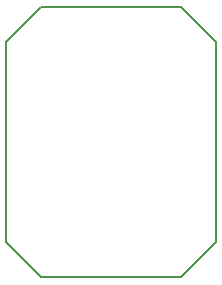
<source format=gko>
G04 DipTrace 2.4.0.2*
%INSocialLightsmall.gko*%
%MOMM*%
%ADD11C,0.14*%
%FSLAX53Y53*%
G04*
G71*
G90*
G75*
G01*
%LNBoardOutline*%
%LPD*%
X12959Y10000D2*
D11*
X24821D1*
X27780Y12959D1*
Y29901D1*
X24821Y32860D1*
X12959D1*
X10000Y29901D1*
Y12959D1*
X12959Y10000D1*
M02*

</source>
